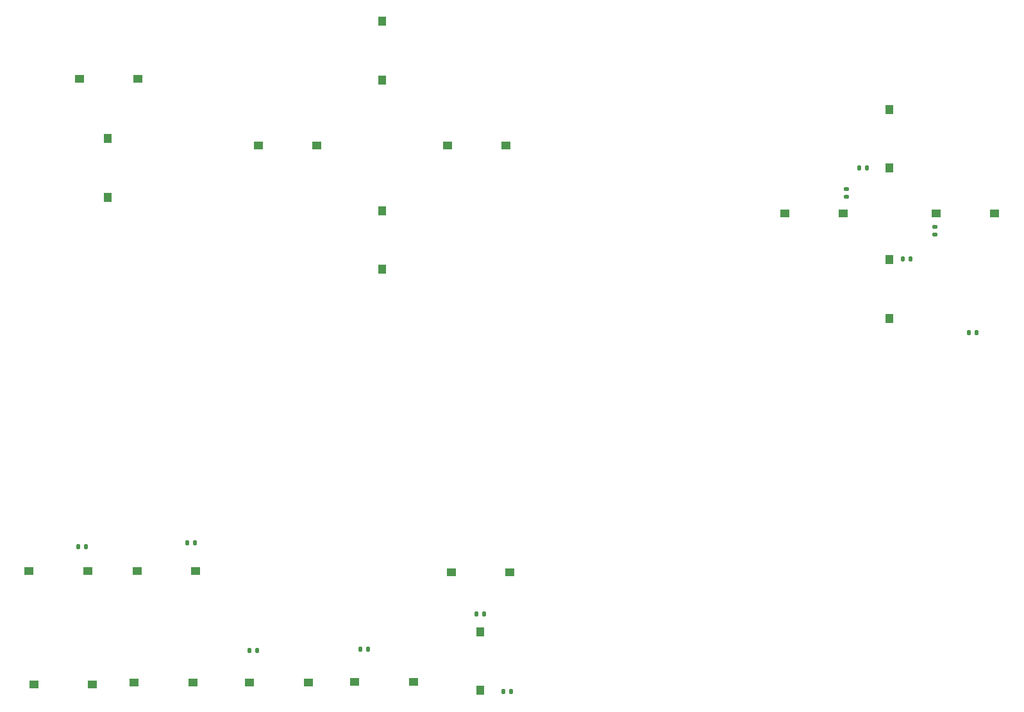
<source format=gbr>
%TF.GenerationSoftware,KiCad,Pcbnew,9.0.4*%
%TF.CreationDate,2026-01-28T15:51:57-05:00*%
%TF.ProjectId,contProto,636f6e74-5072-46f7-946f-2e6b69636164,rev?*%
%TF.SameCoordinates,Original*%
%TF.FileFunction,Paste,Top*%
%TF.FilePolarity,Positive*%
%FSLAX46Y46*%
G04 Gerber Fmt 4.6, Leading zero omitted, Abs format (unit mm)*
G04 Created by KiCad (PCBNEW 9.0.4) date 2026-01-28 15:51:57*
%MOMM*%
%LPD*%
G01*
G04 APERTURE LIST*
G04 Aperture macros list*
%AMRoundRect*
0 Rectangle with rounded corners*
0 $1 Rounding radius*
0 $2 $3 $4 $5 $6 $7 $8 $9 X,Y pos of 4 corners*
0 Add a 4 corners polygon primitive as box body*
4,1,4,$2,$3,$4,$5,$6,$7,$8,$9,$2,$3,0*
0 Add four circle primitives for the rounded corners*
1,1,$1+$1,$2,$3*
1,1,$1+$1,$4,$5*
1,1,$1+$1,$6,$7*
1,1,$1+$1,$8,$9*
0 Add four rect primitives between the rounded corners*
20,1,$1+$1,$2,$3,$4,$5,0*
20,1,$1+$1,$4,$5,$6,$7,0*
20,1,$1+$1,$6,$7,$8,$9,0*
20,1,$1+$1,$8,$9,$2,$3,0*%
G04 Aperture macros list end*
%ADD10RoundRect,0.135000X0.135000X0.185000X-0.135000X0.185000X-0.135000X-0.185000X0.135000X-0.185000X0*%
%ADD11RoundRect,0.135000X-0.135000X-0.185000X0.135000X-0.185000X0.135000X0.185000X-0.135000X0.185000X0*%
%ADD12R,1.250000X1.000000*%
%ADD13RoundRect,0.135000X0.185000X-0.135000X0.185000X0.135000X-0.185000X0.135000X-0.185000X-0.135000X0*%
%ADD14RoundRect,0.135000X-0.185000X0.135000X-0.185000X-0.135000X0.185000X-0.135000X0.185000X0.135000X0*%
%ADD15R,1.000000X1.250000*%
G04 APERTURE END LIST*
D10*
%TO.C,R6*%
X132490000Y-46750000D03*
X133510000Y-46750000D03*
%TD*%
D11*
%TO.C,R21*%
X139260000Y-58750000D03*
X138240000Y-58750000D03*
%TD*%
%TO.C,R13*%
X148013570Y-68500000D03*
X146993570Y-68500000D03*
%TD*%
D12*
%TO.C,R*%
X150375000Y-52750000D03*
X142625000Y-52750000D03*
%TD*%
D13*
%TO.C,R7*%
X130750000Y-49490000D03*
X130750000Y-50510000D03*
%TD*%
D14*
%TO.C,R16*%
X142500000Y-55510000D03*
X142500000Y-54490000D03*
%TD*%
D15*
%TO.C,UP*%
X136500000Y-39000000D03*
X136500000Y-46750000D03*
%TD*%
%TO.C,DWN*%
X136500000Y-66625000D03*
X136500000Y-58875000D03*
%TD*%
D12*
%TO.C,L*%
X122625000Y-52750000D03*
X130375000Y-52750000D03*
%TD*%
D11*
%TO.C,R3*%
X51990000Y-110500000D03*
X53010000Y-110500000D03*
%TD*%
D15*
%TO.C,A*%
X69490000Y-52380000D03*
X69490000Y-60130000D03*
%TD*%
%TO.C,Y*%
X69490000Y-35125000D03*
X69490000Y-27375000D03*
%TD*%
D12*
%TO.C,B*%
X78117500Y-43752500D03*
X85867500Y-43752500D03*
%TD*%
%TO.C,SW19*%
X23500000Y-115000000D03*
X31250000Y-115000000D03*
%TD*%
D11*
%TO.C,R10*%
X66590000Y-110350000D03*
X67610000Y-110350000D03*
%TD*%
D15*
%TO.C,SW12*%
X82480000Y-115745000D03*
X82480000Y-107995000D03*
%TD*%
D12*
%TO.C,SW6*%
X44875000Y-100000000D03*
X37125000Y-100000000D03*
%TD*%
%TO.C,SW15*%
X65850000Y-114600000D03*
X73600000Y-114600000D03*
%TD*%
D10*
%TO.C,R15*%
X44750000Y-96250000D03*
X43730000Y-96250000D03*
%TD*%
D12*
%TO.C,SW14*%
X78605000Y-100120000D03*
X86355000Y-100120000D03*
%TD*%
D11*
%TO.C,R9*%
X81970000Y-105620000D03*
X82990000Y-105620000D03*
%TD*%
D15*
%TO.C,SP1*%
X33250000Y-50625000D03*
X33250000Y-42875000D03*
%TD*%
D10*
%TO.C,R1*%
X30385000Y-96750000D03*
X29365000Y-96750000D03*
%TD*%
D12*
%TO.C,MINUS*%
X29500000Y-35000000D03*
X37250000Y-35000000D03*
%TD*%
%TO.C,SW20*%
X30625000Y-100000000D03*
X22875000Y-100000000D03*
%TD*%
%TO.C,X*%
X60862500Y-43752500D03*
X53112500Y-43752500D03*
%TD*%
%TO.C,SW16*%
X52000000Y-114750000D03*
X59750000Y-114750000D03*
%TD*%
%TO.C,SW13*%
X36750000Y-114750000D03*
X44500000Y-114750000D03*
%TD*%
D11*
%TO.C,R22*%
X85480000Y-115870000D03*
X86500000Y-115870000D03*
%TD*%
M02*

</source>
